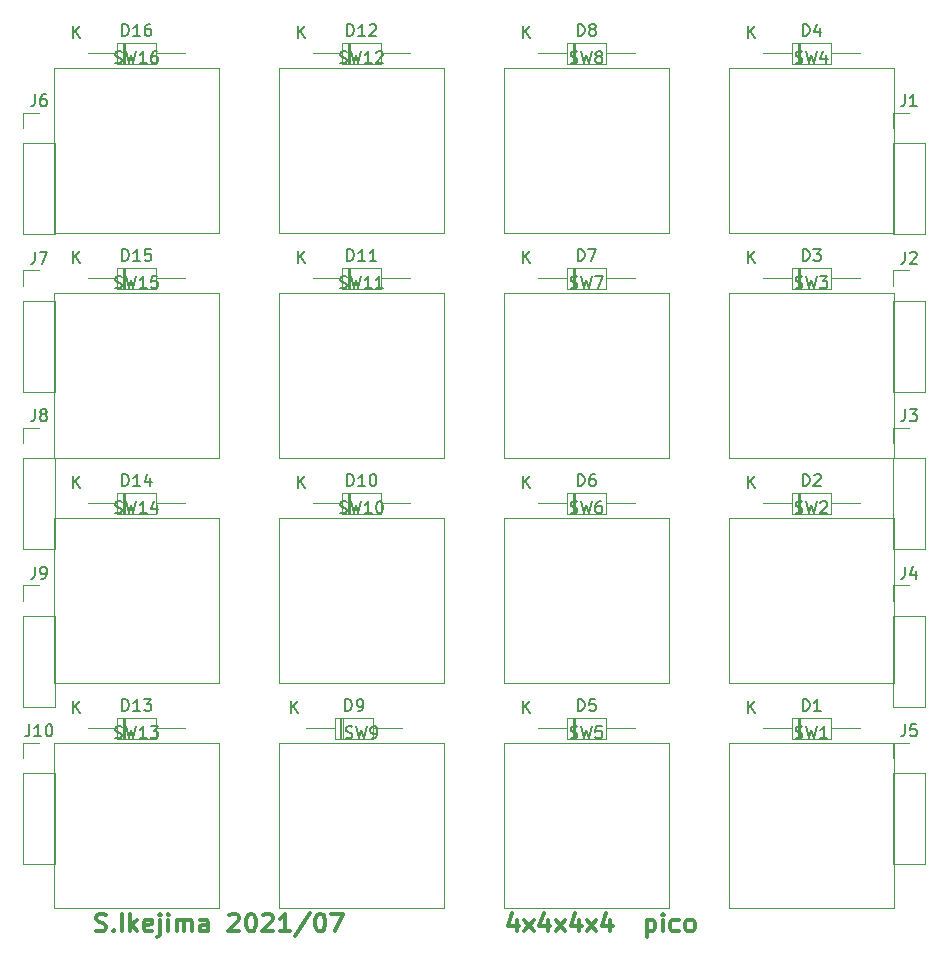
<source format=gto>
G04 #@! TF.GenerationSoftware,KiCad,Pcbnew,5.1.5+dfsg1-2build2*
G04 #@! TF.CreationDate,2021-07-30T22:35:06+09:00*
G04 #@! TF.ProjectId,40keyboardpico,34306b65-7962-46f6-9172-647069636f2e,rev?*
G04 #@! TF.SameCoordinates,Original*
G04 #@! TF.FileFunction,Legend,Top*
G04 #@! TF.FilePolarity,Positive*
%FSLAX46Y46*%
G04 Gerber Fmt 4.6, Leading zero omitted, Abs format (unit mm)*
G04 Created by KiCad (PCBNEW 5.1.5+dfsg1-2build2) date 2021-07-30 22:35:06*
%MOMM*%
%LPD*%
G04 APERTURE LIST*
%ADD10C,0.300000*%
%ADD11C,0.120000*%
%ADD12C,0.150000*%
G04 APERTURE END LIST*
D10*
X154746428Y-155888571D02*
X154746428Y-156888571D01*
X154389285Y-155317142D02*
X154032142Y-156388571D01*
X154960714Y-156388571D01*
X155389285Y-156888571D02*
X156175000Y-155888571D01*
X155389285Y-155888571D02*
X156175000Y-156888571D01*
X157389285Y-155888571D02*
X157389285Y-156888571D01*
X157032142Y-155317142D02*
X156675000Y-156388571D01*
X157603571Y-156388571D01*
X158032142Y-156888571D02*
X158817857Y-155888571D01*
X158032142Y-155888571D02*
X158817857Y-156888571D01*
X160032142Y-155888571D02*
X160032142Y-156888571D01*
X159675000Y-155317142D02*
X159317857Y-156388571D01*
X160246428Y-156388571D01*
X160675000Y-156888571D02*
X161460714Y-155888571D01*
X160675000Y-155888571D02*
X161460714Y-156888571D01*
X162675000Y-155888571D02*
X162675000Y-156888571D01*
X162317857Y-155317142D02*
X161960714Y-156388571D01*
X162889285Y-156388571D01*
X165746428Y-155888571D02*
X165746428Y-157388571D01*
X165746428Y-155960000D02*
X165889285Y-155888571D01*
X166175000Y-155888571D01*
X166317857Y-155960000D01*
X166389285Y-156031428D01*
X166460714Y-156174285D01*
X166460714Y-156602857D01*
X166389285Y-156745714D01*
X166317857Y-156817142D01*
X166175000Y-156888571D01*
X165889285Y-156888571D01*
X165746428Y-156817142D01*
X167103571Y-156888571D02*
X167103571Y-155888571D01*
X167103571Y-155388571D02*
X167032142Y-155460000D01*
X167103571Y-155531428D01*
X167175000Y-155460000D01*
X167103571Y-155388571D01*
X167103571Y-155531428D01*
X168460714Y-156817142D02*
X168317857Y-156888571D01*
X168032142Y-156888571D01*
X167889285Y-156817142D01*
X167817857Y-156745714D01*
X167746428Y-156602857D01*
X167746428Y-156174285D01*
X167817857Y-156031428D01*
X167889285Y-155960000D01*
X168032142Y-155888571D01*
X168317857Y-155888571D01*
X168460714Y-155960000D01*
X169317857Y-156888571D02*
X169175000Y-156817142D01*
X169103571Y-156745714D01*
X169032142Y-156602857D01*
X169032142Y-156174285D01*
X169103571Y-156031428D01*
X169175000Y-155960000D01*
X169317857Y-155888571D01*
X169532142Y-155888571D01*
X169675000Y-155960000D01*
X169746428Y-156031428D01*
X169817857Y-156174285D01*
X169817857Y-156602857D01*
X169746428Y-156745714D01*
X169675000Y-156817142D01*
X169532142Y-156888571D01*
X169317857Y-156888571D01*
X119111428Y-156817142D02*
X119325714Y-156888571D01*
X119682857Y-156888571D01*
X119825714Y-156817142D01*
X119897142Y-156745714D01*
X119968571Y-156602857D01*
X119968571Y-156460000D01*
X119897142Y-156317142D01*
X119825714Y-156245714D01*
X119682857Y-156174285D01*
X119397142Y-156102857D01*
X119254285Y-156031428D01*
X119182857Y-155960000D01*
X119111428Y-155817142D01*
X119111428Y-155674285D01*
X119182857Y-155531428D01*
X119254285Y-155460000D01*
X119397142Y-155388571D01*
X119754285Y-155388571D01*
X119968571Y-155460000D01*
X120611428Y-156745714D02*
X120682857Y-156817142D01*
X120611428Y-156888571D01*
X120540000Y-156817142D01*
X120611428Y-156745714D01*
X120611428Y-156888571D01*
X121325714Y-156888571D02*
X121325714Y-155388571D01*
X122040000Y-156888571D02*
X122040000Y-155388571D01*
X122182857Y-156317142D02*
X122611428Y-156888571D01*
X122611428Y-155888571D02*
X122040000Y-156460000D01*
X123825714Y-156817142D02*
X123682857Y-156888571D01*
X123397142Y-156888571D01*
X123254285Y-156817142D01*
X123182857Y-156674285D01*
X123182857Y-156102857D01*
X123254285Y-155960000D01*
X123397142Y-155888571D01*
X123682857Y-155888571D01*
X123825714Y-155960000D01*
X123897142Y-156102857D01*
X123897142Y-156245714D01*
X123182857Y-156388571D01*
X124540000Y-155888571D02*
X124540000Y-157174285D01*
X124468571Y-157317142D01*
X124325714Y-157388571D01*
X124254285Y-157388571D01*
X124540000Y-155388571D02*
X124468571Y-155460000D01*
X124540000Y-155531428D01*
X124611428Y-155460000D01*
X124540000Y-155388571D01*
X124540000Y-155531428D01*
X125254285Y-156888571D02*
X125254285Y-155888571D01*
X125254285Y-155388571D02*
X125182857Y-155460000D01*
X125254285Y-155531428D01*
X125325714Y-155460000D01*
X125254285Y-155388571D01*
X125254285Y-155531428D01*
X125968571Y-156888571D02*
X125968571Y-155888571D01*
X125968571Y-156031428D02*
X126040000Y-155960000D01*
X126182857Y-155888571D01*
X126397142Y-155888571D01*
X126540000Y-155960000D01*
X126611428Y-156102857D01*
X126611428Y-156888571D01*
X126611428Y-156102857D02*
X126682857Y-155960000D01*
X126825714Y-155888571D01*
X127040000Y-155888571D01*
X127182857Y-155960000D01*
X127254285Y-156102857D01*
X127254285Y-156888571D01*
X128611428Y-156888571D02*
X128611428Y-156102857D01*
X128540000Y-155960000D01*
X128397142Y-155888571D01*
X128111428Y-155888571D01*
X127968571Y-155960000D01*
X128611428Y-156817142D02*
X128468571Y-156888571D01*
X128111428Y-156888571D01*
X127968571Y-156817142D01*
X127897142Y-156674285D01*
X127897142Y-156531428D01*
X127968571Y-156388571D01*
X128111428Y-156317142D01*
X128468571Y-156317142D01*
X128611428Y-156245714D01*
X130397142Y-155531428D02*
X130468571Y-155460000D01*
X130611428Y-155388571D01*
X130968571Y-155388571D01*
X131111428Y-155460000D01*
X131182857Y-155531428D01*
X131254285Y-155674285D01*
X131254285Y-155817142D01*
X131182857Y-156031428D01*
X130325714Y-156888571D01*
X131254285Y-156888571D01*
X132182857Y-155388571D02*
X132325714Y-155388571D01*
X132468571Y-155460000D01*
X132540000Y-155531428D01*
X132611428Y-155674285D01*
X132682857Y-155960000D01*
X132682857Y-156317142D01*
X132611428Y-156602857D01*
X132540000Y-156745714D01*
X132468571Y-156817142D01*
X132325714Y-156888571D01*
X132182857Y-156888571D01*
X132040000Y-156817142D01*
X131968571Y-156745714D01*
X131897142Y-156602857D01*
X131825714Y-156317142D01*
X131825714Y-155960000D01*
X131897142Y-155674285D01*
X131968571Y-155531428D01*
X132040000Y-155460000D01*
X132182857Y-155388571D01*
X133254285Y-155531428D02*
X133325714Y-155460000D01*
X133468571Y-155388571D01*
X133825714Y-155388571D01*
X133968571Y-155460000D01*
X134040000Y-155531428D01*
X134111428Y-155674285D01*
X134111428Y-155817142D01*
X134040000Y-156031428D01*
X133182857Y-156888571D01*
X134111428Y-156888571D01*
X135540000Y-156888571D02*
X134682857Y-156888571D01*
X135111428Y-156888571D02*
X135111428Y-155388571D01*
X134968571Y-155602857D01*
X134825714Y-155745714D01*
X134682857Y-155817142D01*
X137254285Y-155317142D02*
X135968571Y-157245714D01*
X138040000Y-155388571D02*
X138182857Y-155388571D01*
X138325714Y-155460000D01*
X138397142Y-155531428D01*
X138468571Y-155674285D01*
X138540000Y-155960000D01*
X138540000Y-156317142D01*
X138468571Y-156602857D01*
X138397142Y-156745714D01*
X138325714Y-156817142D01*
X138182857Y-156888571D01*
X138040000Y-156888571D01*
X137897142Y-156817142D01*
X137825714Y-156745714D01*
X137754285Y-156602857D01*
X137682857Y-156317142D01*
X137682857Y-155960000D01*
X137754285Y-155674285D01*
X137825714Y-155531428D01*
X137897142Y-155460000D01*
X138040000Y-155388571D01*
X139040000Y-155388571D02*
X140040000Y-155388571D01*
X139397142Y-156888571D01*
D11*
X134620000Y-154940000D02*
X134620000Y-140970000D01*
X148590000Y-154940000D02*
X134620000Y-154940000D01*
X148590000Y-140970000D02*
X148590000Y-154940000D01*
X134620000Y-140970000D02*
X148590000Y-140970000D01*
X112970000Y-140910000D02*
X114300000Y-140910000D01*
X112970000Y-142240000D02*
X112970000Y-140910000D01*
X112970000Y-143510000D02*
X115630000Y-143510000D01*
X115630000Y-143510000D02*
X115630000Y-151190000D01*
X112970000Y-143510000D02*
X112970000Y-151190000D01*
X112970000Y-151190000D02*
X115630000Y-151190000D01*
X112970000Y-137855000D02*
X115630000Y-137855000D01*
X112970000Y-130175000D02*
X112970000Y-137855000D01*
X115630000Y-130175000D02*
X115630000Y-137855000D01*
X112970000Y-130175000D02*
X115630000Y-130175000D01*
X112970000Y-128905000D02*
X112970000Y-127575000D01*
X112970000Y-127575000D02*
X114300000Y-127575000D01*
X112970000Y-114240000D02*
X114300000Y-114240000D01*
X112970000Y-115570000D02*
X112970000Y-114240000D01*
X112970000Y-116840000D02*
X115630000Y-116840000D01*
X115630000Y-116840000D02*
X115630000Y-124520000D01*
X112970000Y-116840000D02*
X112970000Y-124520000D01*
X112970000Y-124520000D02*
X115630000Y-124520000D01*
X112970000Y-111185000D02*
X115630000Y-111185000D01*
X112970000Y-103505000D02*
X112970000Y-111185000D01*
X115630000Y-103505000D02*
X115630000Y-111185000D01*
X112970000Y-103505000D02*
X115630000Y-103505000D01*
X112970000Y-102235000D02*
X112970000Y-100905000D01*
X112970000Y-100905000D02*
X114300000Y-100905000D01*
X112970000Y-87570000D02*
X114300000Y-87570000D01*
X112970000Y-88900000D02*
X112970000Y-87570000D01*
X112970000Y-90170000D02*
X115630000Y-90170000D01*
X115630000Y-90170000D02*
X115630000Y-97850000D01*
X112970000Y-90170000D02*
X112970000Y-97850000D01*
X112970000Y-97850000D02*
X115630000Y-97850000D01*
X186630000Y-151190000D02*
X189290000Y-151190000D01*
X186630000Y-143510000D02*
X186630000Y-151190000D01*
X189290000Y-143510000D02*
X189290000Y-151190000D01*
X186630000Y-143510000D02*
X189290000Y-143510000D01*
X186630000Y-142240000D02*
X186630000Y-140910000D01*
X186630000Y-140910000D02*
X187960000Y-140910000D01*
X186630000Y-127575000D02*
X187960000Y-127575000D01*
X186630000Y-128905000D02*
X186630000Y-127575000D01*
X186630000Y-130175000D02*
X189290000Y-130175000D01*
X189290000Y-130175000D02*
X189290000Y-137855000D01*
X186630000Y-130175000D02*
X186630000Y-137855000D01*
X186630000Y-137855000D02*
X189290000Y-137855000D01*
X186630000Y-124520000D02*
X189290000Y-124520000D01*
X186630000Y-116840000D02*
X186630000Y-124520000D01*
X189290000Y-116840000D02*
X189290000Y-124520000D01*
X186630000Y-116840000D02*
X189290000Y-116840000D01*
X186630000Y-115570000D02*
X186630000Y-114240000D01*
X186630000Y-114240000D02*
X187960000Y-114240000D01*
X186630000Y-111185000D02*
X189290000Y-111185000D01*
X186630000Y-103505000D02*
X186630000Y-111185000D01*
X189290000Y-103505000D02*
X189290000Y-111185000D01*
X186630000Y-103505000D02*
X189290000Y-103505000D01*
X186630000Y-102235000D02*
X186630000Y-100905000D01*
X186630000Y-100905000D02*
X187960000Y-100905000D01*
X186630000Y-87570000D02*
X187960000Y-87570000D01*
X186630000Y-88900000D02*
X186630000Y-87570000D01*
X186630000Y-90170000D02*
X189290000Y-90170000D01*
X189290000Y-90170000D02*
X189290000Y-97850000D01*
X186630000Y-90170000D02*
X186630000Y-97850000D01*
X186630000Y-97850000D02*
X189290000Y-97850000D01*
X178521000Y-138780000D02*
X178521000Y-140620000D01*
X178761000Y-138780000D02*
X178761000Y-140620000D01*
X178641000Y-138780000D02*
X178641000Y-140620000D01*
X183795000Y-139700000D02*
X181345000Y-139700000D01*
X175615000Y-139700000D02*
X178065000Y-139700000D01*
X181345000Y-138780000D02*
X178065000Y-138780000D01*
X181345000Y-140620000D02*
X181345000Y-138780000D01*
X178065000Y-140620000D02*
X181345000Y-140620000D01*
X178065000Y-138780000D02*
X178065000Y-140620000D01*
X178521000Y-119730000D02*
X178521000Y-121570000D01*
X178761000Y-119730000D02*
X178761000Y-121570000D01*
X178641000Y-119730000D02*
X178641000Y-121570000D01*
X183795000Y-120650000D02*
X181345000Y-120650000D01*
X175615000Y-120650000D02*
X178065000Y-120650000D01*
X181345000Y-119730000D02*
X178065000Y-119730000D01*
X181345000Y-121570000D02*
X181345000Y-119730000D01*
X178065000Y-121570000D02*
X181345000Y-121570000D01*
X178065000Y-119730000D02*
X178065000Y-121570000D01*
X178521000Y-100680000D02*
X178521000Y-102520000D01*
X178761000Y-100680000D02*
X178761000Y-102520000D01*
X178641000Y-100680000D02*
X178641000Y-102520000D01*
X183795000Y-101600000D02*
X181345000Y-101600000D01*
X175615000Y-101600000D02*
X178065000Y-101600000D01*
X181345000Y-100680000D02*
X178065000Y-100680000D01*
X181345000Y-102520000D02*
X181345000Y-100680000D01*
X178065000Y-102520000D02*
X181345000Y-102520000D01*
X178065000Y-100680000D02*
X178065000Y-102520000D01*
X178065000Y-81630000D02*
X178065000Y-83470000D01*
X178065000Y-83470000D02*
X181345000Y-83470000D01*
X181345000Y-83470000D02*
X181345000Y-81630000D01*
X181345000Y-81630000D02*
X178065000Y-81630000D01*
X175615000Y-82550000D02*
X178065000Y-82550000D01*
X183795000Y-82550000D02*
X181345000Y-82550000D01*
X178641000Y-81630000D02*
X178641000Y-83470000D01*
X178761000Y-81630000D02*
X178761000Y-83470000D01*
X178521000Y-81630000D02*
X178521000Y-83470000D01*
X159015000Y-138780000D02*
X159015000Y-140620000D01*
X159015000Y-140620000D02*
X162295000Y-140620000D01*
X162295000Y-140620000D02*
X162295000Y-138780000D01*
X162295000Y-138780000D02*
X159015000Y-138780000D01*
X156565000Y-139700000D02*
X159015000Y-139700000D01*
X164745000Y-139700000D02*
X162295000Y-139700000D01*
X159591000Y-138780000D02*
X159591000Y-140620000D01*
X159711000Y-138780000D02*
X159711000Y-140620000D01*
X159471000Y-138780000D02*
X159471000Y-140620000D01*
X159015000Y-119730000D02*
X159015000Y-121570000D01*
X159015000Y-121570000D02*
X162295000Y-121570000D01*
X162295000Y-121570000D02*
X162295000Y-119730000D01*
X162295000Y-119730000D02*
X159015000Y-119730000D01*
X156565000Y-120650000D02*
X159015000Y-120650000D01*
X164745000Y-120650000D02*
X162295000Y-120650000D01*
X159591000Y-119730000D02*
X159591000Y-121570000D01*
X159711000Y-119730000D02*
X159711000Y-121570000D01*
X159471000Y-119730000D02*
X159471000Y-121570000D01*
X159015000Y-100680000D02*
X159015000Y-102520000D01*
X159015000Y-102520000D02*
X162295000Y-102520000D01*
X162295000Y-102520000D02*
X162295000Y-100680000D01*
X162295000Y-100680000D02*
X159015000Y-100680000D01*
X156565000Y-101600000D02*
X159015000Y-101600000D01*
X164745000Y-101600000D02*
X162295000Y-101600000D01*
X159591000Y-100680000D02*
X159591000Y-102520000D01*
X159711000Y-100680000D02*
X159711000Y-102520000D01*
X159471000Y-100680000D02*
X159471000Y-102520000D01*
X159471000Y-81630000D02*
X159471000Y-83470000D01*
X159711000Y-81630000D02*
X159711000Y-83470000D01*
X159591000Y-81630000D02*
X159591000Y-83470000D01*
X164745000Y-82550000D02*
X162295000Y-82550000D01*
X156565000Y-82550000D02*
X159015000Y-82550000D01*
X162295000Y-81630000D02*
X159015000Y-81630000D01*
X162295000Y-83470000D02*
X162295000Y-81630000D01*
X159015000Y-83470000D02*
X162295000Y-83470000D01*
X159015000Y-81630000D02*
X159015000Y-83470000D01*
X139786000Y-138780000D02*
X139786000Y-140620000D01*
X140026000Y-138780000D02*
X140026000Y-140620000D01*
X139906000Y-138780000D02*
X139906000Y-140620000D01*
X145060000Y-139700000D02*
X142610000Y-139700000D01*
X136880000Y-139700000D02*
X139330000Y-139700000D01*
X142610000Y-138780000D02*
X139330000Y-138780000D01*
X142610000Y-140620000D02*
X142610000Y-138780000D01*
X139330000Y-140620000D02*
X142610000Y-140620000D01*
X139330000Y-138780000D02*
X139330000Y-140620000D01*
X140421000Y-119730000D02*
X140421000Y-121570000D01*
X140661000Y-119730000D02*
X140661000Y-121570000D01*
X140541000Y-119730000D02*
X140541000Y-121570000D01*
X145695000Y-120650000D02*
X143245000Y-120650000D01*
X137515000Y-120650000D02*
X139965000Y-120650000D01*
X143245000Y-119730000D02*
X139965000Y-119730000D01*
X143245000Y-121570000D02*
X143245000Y-119730000D01*
X139965000Y-121570000D02*
X143245000Y-121570000D01*
X139965000Y-119730000D02*
X139965000Y-121570000D01*
X139965000Y-100680000D02*
X139965000Y-102520000D01*
X139965000Y-102520000D02*
X143245000Y-102520000D01*
X143245000Y-102520000D02*
X143245000Y-100680000D01*
X143245000Y-100680000D02*
X139965000Y-100680000D01*
X137515000Y-101600000D02*
X139965000Y-101600000D01*
X145695000Y-101600000D02*
X143245000Y-101600000D01*
X140541000Y-100680000D02*
X140541000Y-102520000D01*
X140661000Y-100680000D02*
X140661000Y-102520000D01*
X140421000Y-100680000D02*
X140421000Y-102520000D01*
X140421000Y-81630000D02*
X140421000Y-83470000D01*
X140661000Y-81630000D02*
X140661000Y-83470000D01*
X140541000Y-81630000D02*
X140541000Y-83470000D01*
X145695000Y-82550000D02*
X143245000Y-82550000D01*
X137515000Y-82550000D02*
X139965000Y-82550000D01*
X143245000Y-81630000D02*
X139965000Y-81630000D01*
X143245000Y-83470000D02*
X143245000Y-81630000D01*
X139965000Y-83470000D02*
X143245000Y-83470000D01*
X139965000Y-81630000D02*
X139965000Y-83470000D01*
X120915000Y-138780000D02*
X120915000Y-140620000D01*
X120915000Y-140620000D02*
X124195000Y-140620000D01*
X124195000Y-140620000D02*
X124195000Y-138780000D01*
X124195000Y-138780000D02*
X120915000Y-138780000D01*
X118465000Y-139700000D02*
X120915000Y-139700000D01*
X126645000Y-139700000D02*
X124195000Y-139700000D01*
X121491000Y-138780000D02*
X121491000Y-140620000D01*
X121611000Y-138780000D02*
X121611000Y-140620000D01*
X121371000Y-138780000D02*
X121371000Y-140620000D01*
X120915000Y-119730000D02*
X120915000Y-121570000D01*
X120915000Y-121570000D02*
X124195000Y-121570000D01*
X124195000Y-121570000D02*
X124195000Y-119730000D01*
X124195000Y-119730000D02*
X120915000Y-119730000D01*
X118465000Y-120650000D02*
X120915000Y-120650000D01*
X126645000Y-120650000D02*
X124195000Y-120650000D01*
X121491000Y-119730000D02*
X121491000Y-121570000D01*
X121611000Y-119730000D02*
X121611000Y-121570000D01*
X121371000Y-119730000D02*
X121371000Y-121570000D01*
X120915000Y-100680000D02*
X120915000Y-102520000D01*
X120915000Y-102520000D02*
X124195000Y-102520000D01*
X124195000Y-102520000D02*
X124195000Y-100680000D01*
X124195000Y-100680000D02*
X120915000Y-100680000D01*
X118465000Y-101600000D02*
X120915000Y-101600000D01*
X126645000Y-101600000D02*
X124195000Y-101600000D01*
X121491000Y-100680000D02*
X121491000Y-102520000D01*
X121611000Y-100680000D02*
X121611000Y-102520000D01*
X121371000Y-100680000D02*
X121371000Y-102520000D01*
X121371000Y-81630000D02*
X121371000Y-83470000D01*
X121611000Y-81630000D02*
X121611000Y-83470000D01*
X121491000Y-81630000D02*
X121491000Y-83470000D01*
X126645000Y-82550000D02*
X124195000Y-82550000D01*
X118465000Y-82550000D02*
X120915000Y-82550000D01*
X124195000Y-81630000D02*
X120915000Y-81630000D01*
X124195000Y-83470000D02*
X124195000Y-81630000D01*
X120915000Y-83470000D02*
X124195000Y-83470000D01*
X120915000Y-81630000D02*
X120915000Y-83470000D01*
X172720000Y-154940000D02*
X172720000Y-140970000D01*
X186690000Y-154940000D02*
X172720000Y-154940000D01*
X186690000Y-140970000D02*
X186690000Y-154940000D01*
X172720000Y-140970000D02*
X186690000Y-140970000D01*
X172720000Y-135890000D02*
X172720000Y-121920000D01*
X186690000Y-135890000D02*
X172720000Y-135890000D01*
X186690000Y-121920000D02*
X186690000Y-135890000D01*
X172720000Y-121920000D02*
X186690000Y-121920000D01*
X172720000Y-102870000D02*
X186690000Y-102870000D01*
X186690000Y-102870000D02*
X186690000Y-116840000D01*
X186690000Y-116840000D02*
X172720000Y-116840000D01*
X172720000Y-116840000D02*
X172720000Y-102870000D01*
X172720000Y-97790000D02*
X172720000Y-83820000D01*
X186690000Y-97790000D02*
X172720000Y-97790000D01*
X186690000Y-83820000D02*
X186690000Y-97790000D01*
X172720000Y-83820000D02*
X186690000Y-83820000D01*
X153670000Y-140970000D02*
X167640000Y-140970000D01*
X167640000Y-140970000D02*
X167640000Y-154940000D01*
X167640000Y-154940000D02*
X153670000Y-154940000D01*
X153670000Y-154940000D02*
X153670000Y-140970000D01*
X153670000Y-121920000D02*
X167640000Y-121920000D01*
X167640000Y-121920000D02*
X167640000Y-135890000D01*
X167640000Y-135890000D02*
X153670000Y-135890000D01*
X153670000Y-135890000D02*
X153670000Y-121920000D01*
X153670000Y-102870000D02*
X167640000Y-102870000D01*
X167640000Y-102870000D02*
X167640000Y-116840000D01*
X167640000Y-116840000D02*
X153670000Y-116840000D01*
X153670000Y-116840000D02*
X153670000Y-102870000D01*
X153670000Y-97790000D02*
X153670000Y-83820000D01*
X167640000Y-97790000D02*
X153670000Y-97790000D01*
X167640000Y-83820000D02*
X167640000Y-97790000D01*
X153670000Y-83820000D02*
X167640000Y-83820000D01*
X134620000Y-135890000D02*
X134620000Y-121920000D01*
X148590000Y-135890000D02*
X134620000Y-135890000D01*
X148590000Y-121920000D02*
X148590000Y-135890000D01*
X134620000Y-121920000D02*
X148590000Y-121920000D01*
X134620000Y-116840000D02*
X134620000Y-102870000D01*
X148590000Y-116840000D02*
X134620000Y-116840000D01*
X148590000Y-102870000D02*
X148590000Y-116840000D01*
X134620000Y-102870000D02*
X148590000Y-102870000D01*
X134620000Y-83820000D02*
X148590000Y-83820000D01*
X148590000Y-83820000D02*
X148590000Y-97790000D01*
X148590000Y-97790000D02*
X134620000Y-97790000D01*
X134620000Y-97790000D02*
X134620000Y-83820000D01*
X115570000Y-140970000D02*
X129540000Y-140970000D01*
X129540000Y-140970000D02*
X129540000Y-154940000D01*
X129540000Y-154940000D02*
X115570000Y-154940000D01*
X115570000Y-154940000D02*
X115570000Y-140970000D01*
X115570000Y-121920000D02*
X129540000Y-121920000D01*
X129540000Y-121920000D02*
X129540000Y-135890000D01*
X129540000Y-135890000D02*
X115570000Y-135890000D01*
X115570000Y-135890000D02*
X115570000Y-121920000D01*
X115570000Y-116840000D02*
X115570000Y-102870000D01*
X129540000Y-116840000D02*
X115570000Y-116840000D01*
X129540000Y-102870000D02*
X129540000Y-116840000D01*
X115570000Y-102870000D02*
X129540000Y-102870000D01*
X115570000Y-83820000D02*
X129540000Y-83820000D01*
X129540000Y-83820000D02*
X129540000Y-97790000D01*
X129540000Y-97790000D02*
X115570000Y-97790000D01*
X115570000Y-97790000D02*
X115570000Y-83820000D01*
D12*
X140271666Y-140485761D02*
X140414523Y-140533380D01*
X140652619Y-140533380D01*
X140747857Y-140485761D01*
X140795476Y-140438142D01*
X140843095Y-140342904D01*
X140843095Y-140247666D01*
X140795476Y-140152428D01*
X140747857Y-140104809D01*
X140652619Y-140057190D01*
X140462142Y-140009571D01*
X140366904Y-139961952D01*
X140319285Y-139914333D01*
X140271666Y-139819095D01*
X140271666Y-139723857D01*
X140319285Y-139628619D01*
X140366904Y-139581000D01*
X140462142Y-139533380D01*
X140700238Y-139533380D01*
X140843095Y-139581000D01*
X141176428Y-139533380D02*
X141414523Y-140533380D01*
X141605000Y-139819095D01*
X141795476Y-140533380D01*
X142033571Y-139533380D01*
X142462142Y-140533380D02*
X142652619Y-140533380D01*
X142747857Y-140485761D01*
X142795476Y-140438142D01*
X142890714Y-140295285D01*
X142938333Y-140104809D01*
X142938333Y-139723857D01*
X142890714Y-139628619D01*
X142843095Y-139581000D01*
X142747857Y-139533380D01*
X142557380Y-139533380D01*
X142462142Y-139581000D01*
X142414523Y-139628619D01*
X142366904Y-139723857D01*
X142366904Y-139961952D01*
X142414523Y-140057190D01*
X142462142Y-140104809D01*
X142557380Y-140152428D01*
X142747857Y-140152428D01*
X142843095Y-140104809D01*
X142890714Y-140057190D01*
X142938333Y-139961952D01*
X113490476Y-139362380D02*
X113490476Y-140076666D01*
X113442857Y-140219523D01*
X113347619Y-140314761D01*
X113204761Y-140362380D01*
X113109523Y-140362380D01*
X114490476Y-140362380D02*
X113919047Y-140362380D01*
X114204761Y-140362380D02*
X114204761Y-139362380D01*
X114109523Y-139505238D01*
X114014285Y-139600476D01*
X113919047Y-139648095D01*
X115109523Y-139362380D02*
X115204761Y-139362380D01*
X115300000Y-139410000D01*
X115347619Y-139457619D01*
X115395238Y-139552857D01*
X115442857Y-139743333D01*
X115442857Y-139981428D01*
X115395238Y-140171904D01*
X115347619Y-140267142D01*
X115300000Y-140314761D01*
X115204761Y-140362380D01*
X115109523Y-140362380D01*
X115014285Y-140314761D01*
X114966666Y-140267142D01*
X114919047Y-140171904D01*
X114871428Y-139981428D01*
X114871428Y-139743333D01*
X114919047Y-139552857D01*
X114966666Y-139457619D01*
X115014285Y-139410000D01*
X115109523Y-139362380D01*
X113966666Y-126027380D02*
X113966666Y-126741666D01*
X113919047Y-126884523D01*
X113823809Y-126979761D01*
X113680952Y-127027380D01*
X113585714Y-127027380D01*
X114490476Y-127027380D02*
X114680952Y-127027380D01*
X114776190Y-126979761D01*
X114823809Y-126932142D01*
X114919047Y-126789285D01*
X114966666Y-126598809D01*
X114966666Y-126217857D01*
X114919047Y-126122619D01*
X114871428Y-126075000D01*
X114776190Y-126027380D01*
X114585714Y-126027380D01*
X114490476Y-126075000D01*
X114442857Y-126122619D01*
X114395238Y-126217857D01*
X114395238Y-126455952D01*
X114442857Y-126551190D01*
X114490476Y-126598809D01*
X114585714Y-126646428D01*
X114776190Y-126646428D01*
X114871428Y-126598809D01*
X114919047Y-126551190D01*
X114966666Y-126455952D01*
X113966666Y-112692380D02*
X113966666Y-113406666D01*
X113919047Y-113549523D01*
X113823809Y-113644761D01*
X113680952Y-113692380D01*
X113585714Y-113692380D01*
X114585714Y-113120952D02*
X114490476Y-113073333D01*
X114442857Y-113025714D01*
X114395238Y-112930476D01*
X114395238Y-112882857D01*
X114442857Y-112787619D01*
X114490476Y-112740000D01*
X114585714Y-112692380D01*
X114776190Y-112692380D01*
X114871428Y-112740000D01*
X114919047Y-112787619D01*
X114966666Y-112882857D01*
X114966666Y-112930476D01*
X114919047Y-113025714D01*
X114871428Y-113073333D01*
X114776190Y-113120952D01*
X114585714Y-113120952D01*
X114490476Y-113168571D01*
X114442857Y-113216190D01*
X114395238Y-113311428D01*
X114395238Y-113501904D01*
X114442857Y-113597142D01*
X114490476Y-113644761D01*
X114585714Y-113692380D01*
X114776190Y-113692380D01*
X114871428Y-113644761D01*
X114919047Y-113597142D01*
X114966666Y-113501904D01*
X114966666Y-113311428D01*
X114919047Y-113216190D01*
X114871428Y-113168571D01*
X114776190Y-113120952D01*
X113966666Y-99357380D02*
X113966666Y-100071666D01*
X113919047Y-100214523D01*
X113823809Y-100309761D01*
X113680952Y-100357380D01*
X113585714Y-100357380D01*
X114347619Y-99357380D02*
X115014285Y-99357380D01*
X114585714Y-100357380D01*
X113966666Y-86022380D02*
X113966666Y-86736666D01*
X113919047Y-86879523D01*
X113823809Y-86974761D01*
X113680952Y-87022380D01*
X113585714Y-87022380D01*
X114871428Y-86022380D02*
X114680952Y-86022380D01*
X114585714Y-86070000D01*
X114538095Y-86117619D01*
X114442857Y-86260476D01*
X114395238Y-86450952D01*
X114395238Y-86831904D01*
X114442857Y-86927142D01*
X114490476Y-86974761D01*
X114585714Y-87022380D01*
X114776190Y-87022380D01*
X114871428Y-86974761D01*
X114919047Y-86927142D01*
X114966666Y-86831904D01*
X114966666Y-86593809D01*
X114919047Y-86498571D01*
X114871428Y-86450952D01*
X114776190Y-86403333D01*
X114585714Y-86403333D01*
X114490476Y-86450952D01*
X114442857Y-86498571D01*
X114395238Y-86593809D01*
X187626666Y-139362380D02*
X187626666Y-140076666D01*
X187579047Y-140219523D01*
X187483809Y-140314761D01*
X187340952Y-140362380D01*
X187245714Y-140362380D01*
X188579047Y-139362380D02*
X188102857Y-139362380D01*
X188055238Y-139838571D01*
X188102857Y-139790952D01*
X188198095Y-139743333D01*
X188436190Y-139743333D01*
X188531428Y-139790952D01*
X188579047Y-139838571D01*
X188626666Y-139933809D01*
X188626666Y-140171904D01*
X188579047Y-140267142D01*
X188531428Y-140314761D01*
X188436190Y-140362380D01*
X188198095Y-140362380D01*
X188102857Y-140314761D01*
X188055238Y-140267142D01*
X187626666Y-126027380D02*
X187626666Y-126741666D01*
X187579047Y-126884523D01*
X187483809Y-126979761D01*
X187340952Y-127027380D01*
X187245714Y-127027380D01*
X188531428Y-126360714D02*
X188531428Y-127027380D01*
X188293333Y-125979761D02*
X188055238Y-126694047D01*
X188674285Y-126694047D01*
X187626666Y-112692380D02*
X187626666Y-113406666D01*
X187579047Y-113549523D01*
X187483809Y-113644761D01*
X187340952Y-113692380D01*
X187245714Y-113692380D01*
X188007619Y-112692380D02*
X188626666Y-112692380D01*
X188293333Y-113073333D01*
X188436190Y-113073333D01*
X188531428Y-113120952D01*
X188579047Y-113168571D01*
X188626666Y-113263809D01*
X188626666Y-113501904D01*
X188579047Y-113597142D01*
X188531428Y-113644761D01*
X188436190Y-113692380D01*
X188150476Y-113692380D01*
X188055238Y-113644761D01*
X188007619Y-113597142D01*
X187626666Y-99357380D02*
X187626666Y-100071666D01*
X187579047Y-100214523D01*
X187483809Y-100309761D01*
X187340952Y-100357380D01*
X187245714Y-100357380D01*
X188055238Y-99452619D02*
X188102857Y-99405000D01*
X188198095Y-99357380D01*
X188436190Y-99357380D01*
X188531428Y-99405000D01*
X188579047Y-99452619D01*
X188626666Y-99547857D01*
X188626666Y-99643095D01*
X188579047Y-99785952D01*
X188007619Y-100357380D01*
X188626666Y-100357380D01*
X187626666Y-86022380D02*
X187626666Y-86736666D01*
X187579047Y-86879523D01*
X187483809Y-86974761D01*
X187340952Y-87022380D01*
X187245714Y-87022380D01*
X188626666Y-87022380D02*
X188055238Y-87022380D01*
X188340952Y-87022380D02*
X188340952Y-86022380D01*
X188245714Y-86165238D01*
X188150476Y-86260476D01*
X188055238Y-86308095D01*
X178966904Y-138232380D02*
X178966904Y-137232380D01*
X179205000Y-137232380D01*
X179347857Y-137280000D01*
X179443095Y-137375238D01*
X179490714Y-137470476D01*
X179538333Y-137660952D01*
X179538333Y-137803809D01*
X179490714Y-137994285D01*
X179443095Y-138089523D01*
X179347857Y-138184761D01*
X179205000Y-138232380D01*
X178966904Y-138232380D01*
X180490714Y-138232380D02*
X179919285Y-138232380D01*
X180205000Y-138232380D02*
X180205000Y-137232380D01*
X180109761Y-137375238D01*
X180014523Y-137470476D01*
X179919285Y-137518095D01*
X174363095Y-138402380D02*
X174363095Y-137402380D01*
X174934523Y-138402380D02*
X174505952Y-137830952D01*
X174934523Y-137402380D02*
X174363095Y-137973809D01*
X178966904Y-119182380D02*
X178966904Y-118182380D01*
X179205000Y-118182380D01*
X179347857Y-118230000D01*
X179443095Y-118325238D01*
X179490714Y-118420476D01*
X179538333Y-118610952D01*
X179538333Y-118753809D01*
X179490714Y-118944285D01*
X179443095Y-119039523D01*
X179347857Y-119134761D01*
X179205000Y-119182380D01*
X178966904Y-119182380D01*
X179919285Y-118277619D02*
X179966904Y-118230000D01*
X180062142Y-118182380D01*
X180300238Y-118182380D01*
X180395476Y-118230000D01*
X180443095Y-118277619D01*
X180490714Y-118372857D01*
X180490714Y-118468095D01*
X180443095Y-118610952D01*
X179871666Y-119182380D01*
X180490714Y-119182380D01*
X174363095Y-119352380D02*
X174363095Y-118352380D01*
X174934523Y-119352380D02*
X174505952Y-118780952D01*
X174934523Y-118352380D02*
X174363095Y-118923809D01*
X178966904Y-100132380D02*
X178966904Y-99132380D01*
X179205000Y-99132380D01*
X179347857Y-99180000D01*
X179443095Y-99275238D01*
X179490714Y-99370476D01*
X179538333Y-99560952D01*
X179538333Y-99703809D01*
X179490714Y-99894285D01*
X179443095Y-99989523D01*
X179347857Y-100084761D01*
X179205000Y-100132380D01*
X178966904Y-100132380D01*
X179871666Y-99132380D02*
X180490714Y-99132380D01*
X180157380Y-99513333D01*
X180300238Y-99513333D01*
X180395476Y-99560952D01*
X180443095Y-99608571D01*
X180490714Y-99703809D01*
X180490714Y-99941904D01*
X180443095Y-100037142D01*
X180395476Y-100084761D01*
X180300238Y-100132380D01*
X180014523Y-100132380D01*
X179919285Y-100084761D01*
X179871666Y-100037142D01*
X174363095Y-100302380D02*
X174363095Y-99302380D01*
X174934523Y-100302380D02*
X174505952Y-99730952D01*
X174934523Y-99302380D02*
X174363095Y-99873809D01*
X178966904Y-81082380D02*
X178966904Y-80082380D01*
X179205000Y-80082380D01*
X179347857Y-80130000D01*
X179443095Y-80225238D01*
X179490714Y-80320476D01*
X179538333Y-80510952D01*
X179538333Y-80653809D01*
X179490714Y-80844285D01*
X179443095Y-80939523D01*
X179347857Y-81034761D01*
X179205000Y-81082380D01*
X178966904Y-81082380D01*
X180395476Y-80415714D02*
X180395476Y-81082380D01*
X180157380Y-80034761D02*
X179919285Y-80749047D01*
X180538333Y-80749047D01*
X174363095Y-81252380D02*
X174363095Y-80252380D01*
X174934523Y-81252380D02*
X174505952Y-80680952D01*
X174934523Y-80252380D02*
X174363095Y-80823809D01*
X159916904Y-138232380D02*
X159916904Y-137232380D01*
X160155000Y-137232380D01*
X160297857Y-137280000D01*
X160393095Y-137375238D01*
X160440714Y-137470476D01*
X160488333Y-137660952D01*
X160488333Y-137803809D01*
X160440714Y-137994285D01*
X160393095Y-138089523D01*
X160297857Y-138184761D01*
X160155000Y-138232380D01*
X159916904Y-138232380D01*
X161393095Y-137232380D02*
X160916904Y-137232380D01*
X160869285Y-137708571D01*
X160916904Y-137660952D01*
X161012142Y-137613333D01*
X161250238Y-137613333D01*
X161345476Y-137660952D01*
X161393095Y-137708571D01*
X161440714Y-137803809D01*
X161440714Y-138041904D01*
X161393095Y-138137142D01*
X161345476Y-138184761D01*
X161250238Y-138232380D01*
X161012142Y-138232380D01*
X160916904Y-138184761D01*
X160869285Y-138137142D01*
X155313095Y-138402380D02*
X155313095Y-137402380D01*
X155884523Y-138402380D02*
X155455952Y-137830952D01*
X155884523Y-137402380D02*
X155313095Y-137973809D01*
X159916904Y-119182380D02*
X159916904Y-118182380D01*
X160155000Y-118182380D01*
X160297857Y-118230000D01*
X160393095Y-118325238D01*
X160440714Y-118420476D01*
X160488333Y-118610952D01*
X160488333Y-118753809D01*
X160440714Y-118944285D01*
X160393095Y-119039523D01*
X160297857Y-119134761D01*
X160155000Y-119182380D01*
X159916904Y-119182380D01*
X161345476Y-118182380D02*
X161155000Y-118182380D01*
X161059761Y-118230000D01*
X161012142Y-118277619D01*
X160916904Y-118420476D01*
X160869285Y-118610952D01*
X160869285Y-118991904D01*
X160916904Y-119087142D01*
X160964523Y-119134761D01*
X161059761Y-119182380D01*
X161250238Y-119182380D01*
X161345476Y-119134761D01*
X161393095Y-119087142D01*
X161440714Y-118991904D01*
X161440714Y-118753809D01*
X161393095Y-118658571D01*
X161345476Y-118610952D01*
X161250238Y-118563333D01*
X161059761Y-118563333D01*
X160964523Y-118610952D01*
X160916904Y-118658571D01*
X160869285Y-118753809D01*
X155313095Y-119352380D02*
X155313095Y-118352380D01*
X155884523Y-119352380D02*
X155455952Y-118780952D01*
X155884523Y-118352380D02*
X155313095Y-118923809D01*
X159916904Y-100132380D02*
X159916904Y-99132380D01*
X160155000Y-99132380D01*
X160297857Y-99180000D01*
X160393095Y-99275238D01*
X160440714Y-99370476D01*
X160488333Y-99560952D01*
X160488333Y-99703809D01*
X160440714Y-99894285D01*
X160393095Y-99989523D01*
X160297857Y-100084761D01*
X160155000Y-100132380D01*
X159916904Y-100132380D01*
X160821666Y-99132380D02*
X161488333Y-99132380D01*
X161059761Y-100132380D01*
X155313095Y-100302380D02*
X155313095Y-99302380D01*
X155884523Y-100302380D02*
X155455952Y-99730952D01*
X155884523Y-99302380D02*
X155313095Y-99873809D01*
X159916904Y-81082380D02*
X159916904Y-80082380D01*
X160155000Y-80082380D01*
X160297857Y-80130000D01*
X160393095Y-80225238D01*
X160440714Y-80320476D01*
X160488333Y-80510952D01*
X160488333Y-80653809D01*
X160440714Y-80844285D01*
X160393095Y-80939523D01*
X160297857Y-81034761D01*
X160155000Y-81082380D01*
X159916904Y-81082380D01*
X161059761Y-80510952D02*
X160964523Y-80463333D01*
X160916904Y-80415714D01*
X160869285Y-80320476D01*
X160869285Y-80272857D01*
X160916904Y-80177619D01*
X160964523Y-80130000D01*
X161059761Y-80082380D01*
X161250238Y-80082380D01*
X161345476Y-80130000D01*
X161393095Y-80177619D01*
X161440714Y-80272857D01*
X161440714Y-80320476D01*
X161393095Y-80415714D01*
X161345476Y-80463333D01*
X161250238Y-80510952D01*
X161059761Y-80510952D01*
X160964523Y-80558571D01*
X160916904Y-80606190D01*
X160869285Y-80701428D01*
X160869285Y-80891904D01*
X160916904Y-80987142D01*
X160964523Y-81034761D01*
X161059761Y-81082380D01*
X161250238Y-81082380D01*
X161345476Y-81034761D01*
X161393095Y-80987142D01*
X161440714Y-80891904D01*
X161440714Y-80701428D01*
X161393095Y-80606190D01*
X161345476Y-80558571D01*
X161250238Y-80510952D01*
X155313095Y-81252380D02*
X155313095Y-80252380D01*
X155884523Y-81252380D02*
X155455952Y-80680952D01*
X155884523Y-80252380D02*
X155313095Y-80823809D01*
X140231904Y-138232380D02*
X140231904Y-137232380D01*
X140470000Y-137232380D01*
X140612857Y-137280000D01*
X140708095Y-137375238D01*
X140755714Y-137470476D01*
X140803333Y-137660952D01*
X140803333Y-137803809D01*
X140755714Y-137994285D01*
X140708095Y-138089523D01*
X140612857Y-138184761D01*
X140470000Y-138232380D01*
X140231904Y-138232380D01*
X141279523Y-138232380D02*
X141470000Y-138232380D01*
X141565238Y-138184761D01*
X141612857Y-138137142D01*
X141708095Y-137994285D01*
X141755714Y-137803809D01*
X141755714Y-137422857D01*
X141708095Y-137327619D01*
X141660476Y-137280000D01*
X141565238Y-137232380D01*
X141374761Y-137232380D01*
X141279523Y-137280000D01*
X141231904Y-137327619D01*
X141184285Y-137422857D01*
X141184285Y-137660952D01*
X141231904Y-137756190D01*
X141279523Y-137803809D01*
X141374761Y-137851428D01*
X141565238Y-137851428D01*
X141660476Y-137803809D01*
X141708095Y-137756190D01*
X141755714Y-137660952D01*
X135628095Y-138402380D02*
X135628095Y-137402380D01*
X136199523Y-138402380D02*
X135770952Y-137830952D01*
X136199523Y-137402380D02*
X135628095Y-137973809D01*
X140390714Y-119182380D02*
X140390714Y-118182380D01*
X140628809Y-118182380D01*
X140771666Y-118230000D01*
X140866904Y-118325238D01*
X140914523Y-118420476D01*
X140962142Y-118610952D01*
X140962142Y-118753809D01*
X140914523Y-118944285D01*
X140866904Y-119039523D01*
X140771666Y-119134761D01*
X140628809Y-119182380D01*
X140390714Y-119182380D01*
X141914523Y-119182380D02*
X141343095Y-119182380D01*
X141628809Y-119182380D02*
X141628809Y-118182380D01*
X141533571Y-118325238D01*
X141438333Y-118420476D01*
X141343095Y-118468095D01*
X142533571Y-118182380D02*
X142628809Y-118182380D01*
X142724047Y-118230000D01*
X142771666Y-118277619D01*
X142819285Y-118372857D01*
X142866904Y-118563333D01*
X142866904Y-118801428D01*
X142819285Y-118991904D01*
X142771666Y-119087142D01*
X142724047Y-119134761D01*
X142628809Y-119182380D01*
X142533571Y-119182380D01*
X142438333Y-119134761D01*
X142390714Y-119087142D01*
X142343095Y-118991904D01*
X142295476Y-118801428D01*
X142295476Y-118563333D01*
X142343095Y-118372857D01*
X142390714Y-118277619D01*
X142438333Y-118230000D01*
X142533571Y-118182380D01*
X136263095Y-119352380D02*
X136263095Y-118352380D01*
X136834523Y-119352380D02*
X136405952Y-118780952D01*
X136834523Y-118352380D02*
X136263095Y-118923809D01*
X140390714Y-100132380D02*
X140390714Y-99132380D01*
X140628809Y-99132380D01*
X140771666Y-99180000D01*
X140866904Y-99275238D01*
X140914523Y-99370476D01*
X140962142Y-99560952D01*
X140962142Y-99703809D01*
X140914523Y-99894285D01*
X140866904Y-99989523D01*
X140771666Y-100084761D01*
X140628809Y-100132380D01*
X140390714Y-100132380D01*
X141914523Y-100132380D02*
X141343095Y-100132380D01*
X141628809Y-100132380D02*
X141628809Y-99132380D01*
X141533571Y-99275238D01*
X141438333Y-99370476D01*
X141343095Y-99418095D01*
X142866904Y-100132380D02*
X142295476Y-100132380D01*
X142581190Y-100132380D02*
X142581190Y-99132380D01*
X142485952Y-99275238D01*
X142390714Y-99370476D01*
X142295476Y-99418095D01*
X136263095Y-100302380D02*
X136263095Y-99302380D01*
X136834523Y-100302380D02*
X136405952Y-99730952D01*
X136834523Y-99302380D02*
X136263095Y-99873809D01*
X140390714Y-81082380D02*
X140390714Y-80082380D01*
X140628809Y-80082380D01*
X140771666Y-80130000D01*
X140866904Y-80225238D01*
X140914523Y-80320476D01*
X140962142Y-80510952D01*
X140962142Y-80653809D01*
X140914523Y-80844285D01*
X140866904Y-80939523D01*
X140771666Y-81034761D01*
X140628809Y-81082380D01*
X140390714Y-81082380D01*
X141914523Y-81082380D02*
X141343095Y-81082380D01*
X141628809Y-81082380D02*
X141628809Y-80082380D01*
X141533571Y-80225238D01*
X141438333Y-80320476D01*
X141343095Y-80368095D01*
X142295476Y-80177619D02*
X142343095Y-80130000D01*
X142438333Y-80082380D01*
X142676428Y-80082380D01*
X142771666Y-80130000D01*
X142819285Y-80177619D01*
X142866904Y-80272857D01*
X142866904Y-80368095D01*
X142819285Y-80510952D01*
X142247857Y-81082380D01*
X142866904Y-81082380D01*
X136263095Y-81252380D02*
X136263095Y-80252380D01*
X136834523Y-81252380D02*
X136405952Y-80680952D01*
X136834523Y-80252380D02*
X136263095Y-80823809D01*
X121340714Y-138232380D02*
X121340714Y-137232380D01*
X121578809Y-137232380D01*
X121721666Y-137280000D01*
X121816904Y-137375238D01*
X121864523Y-137470476D01*
X121912142Y-137660952D01*
X121912142Y-137803809D01*
X121864523Y-137994285D01*
X121816904Y-138089523D01*
X121721666Y-138184761D01*
X121578809Y-138232380D01*
X121340714Y-138232380D01*
X122864523Y-138232380D02*
X122293095Y-138232380D01*
X122578809Y-138232380D02*
X122578809Y-137232380D01*
X122483571Y-137375238D01*
X122388333Y-137470476D01*
X122293095Y-137518095D01*
X123197857Y-137232380D02*
X123816904Y-137232380D01*
X123483571Y-137613333D01*
X123626428Y-137613333D01*
X123721666Y-137660952D01*
X123769285Y-137708571D01*
X123816904Y-137803809D01*
X123816904Y-138041904D01*
X123769285Y-138137142D01*
X123721666Y-138184761D01*
X123626428Y-138232380D01*
X123340714Y-138232380D01*
X123245476Y-138184761D01*
X123197857Y-138137142D01*
X117213095Y-138402380D02*
X117213095Y-137402380D01*
X117784523Y-138402380D02*
X117355952Y-137830952D01*
X117784523Y-137402380D02*
X117213095Y-137973809D01*
X121340714Y-119182380D02*
X121340714Y-118182380D01*
X121578809Y-118182380D01*
X121721666Y-118230000D01*
X121816904Y-118325238D01*
X121864523Y-118420476D01*
X121912142Y-118610952D01*
X121912142Y-118753809D01*
X121864523Y-118944285D01*
X121816904Y-119039523D01*
X121721666Y-119134761D01*
X121578809Y-119182380D01*
X121340714Y-119182380D01*
X122864523Y-119182380D02*
X122293095Y-119182380D01*
X122578809Y-119182380D02*
X122578809Y-118182380D01*
X122483571Y-118325238D01*
X122388333Y-118420476D01*
X122293095Y-118468095D01*
X123721666Y-118515714D02*
X123721666Y-119182380D01*
X123483571Y-118134761D02*
X123245476Y-118849047D01*
X123864523Y-118849047D01*
X117213095Y-119352380D02*
X117213095Y-118352380D01*
X117784523Y-119352380D02*
X117355952Y-118780952D01*
X117784523Y-118352380D02*
X117213095Y-118923809D01*
X121340714Y-100132380D02*
X121340714Y-99132380D01*
X121578809Y-99132380D01*
X121721666Y-99180000D01*
X121816904Y-99275238D01*
X121864523Y-99370476D01*
X121912142Y-99560952D01*
X121912142Y-99703809D01*
X121864523Y-99894285D01*
X121816904Y-99989523D01*
X121721666Y-100084761D01*
X121578809Y-100132380D01*
X121340714Y-100132380D01*
X122864523Y-100132380D02*
X122293095Y-100132380D01*
X122578809Y-100132380D02*
X122578809Y-99132380D01*
X122483571Y-99275238D01*
X122388333Y-99370476D01*
X122293095Y-99418095D01*
X123769285Y-99132380D02*
X123293095Y-99132380D01*
X123245476Y-99608571D01*
X123293095Y-99560952D01*
X123388333Y-99513333D01*
X123626428Y-99513333D01*
X123721666Y-99560952D01*
X123769285Y-99608571D01*
X123816904Y-99703809D01*
X123816904Y-99941904D01*
X123769285Y-100037142D01*
X123721666Y-100084761D01*
X123626428Y-100132380D01*
X123388333Y-100132380D01*
X123293095Y-100084761D01*
X123245476Y-100037142D01*
X117213095Y-100302380D02*
X117213095Y-99302380D01*
X117784523Y-100302380D02*
X117355952Y-99730952D01*
X117784523Y-99302380D02*
X117213095Y-99873809D01*
X121340714Y-81082380D02*
X121340714Y-80082380D01*
X121578809Y-80082380D01*
X121721666Y-80130000D01*
X121816904Y-80225238D01*
X121864523Y-80320476D01*
X121912142Y-80510952D01*
X121912142Y-80653809D01*
X121864523Y-80844285D01*
X121816904Y-80939523D01*
X121721666Y-81034761D01*
X121578809Y-81082380D01*
X121340714Y-81082380D01*
X122864523Y-81082380D02*
X122293095Y-81082380D01*
X122578809Y-81082380D02*
X122578809Y-80082380D01*
X122483571Y-80225238D01*
X122388333Y-80320476D01*
X122293095Y-80368095D01*
X123721666Y-80082380D02*
X123531190Y-80082380D01*
X123435952Y-80130000D01*
X123388333Y-80177619D01*
X123293095Y-80320476D01*
X123245476Y-80510952D01*
X123245476Y-80891904D01*
X123293095Y-80987142D01*
X123340714Y-81034761D01*
X123435952Y-81082380D01*
X123626428Y-81082380D01*
X123721666Y-81034761D01*
X123769285Y-80987142D01*
X123816904Y-80891904D01*
X123816904Y-80653809D01*
X123769285Y-80558571D01*
X123721666Y-80510952D01*
X123626428Y-80463333D01*
X123435952Y-80463333D01*
X123340714Y-80510952D01*
X123293095Y-80558571D01*
X123245476Y-80653809D01*
X117213095Y-81252380D02*
X117213095Y-80252380D01*
X117784523Y-81252380D02*
X117355952Y-80680952D01*
X117784523Y-80252380D02*
X117213095Y-80823809D01*
X178371666Y-140485761D02*
X178514523Y-140533380D01*
X178752619Y-140533380D01*
X178847857Y-140485761D01*
X178895476Y-140438142D01*
X178943095Y-140342904D01*
X178943095Y-140247666D01*
X178895476Y-140152428D01*
X178847857Y-140104809D01*
X178752619Y-140057190D01*
X178562142Y-140009571D01*
X178466904Y-139961952D01*
X178419285Y-139914333D01*
X178371666Y-139819095D01*
X178371666Y-139723857D01*
X178419285Y-139628619D01*
X178466904Y-139581000D01*
X178562142Y-139533380D01*
X178800238Y-139533380D01*
X178943095Y-139581000D01*
X179276428Y-139533380D02*
X179514523Y-140533380D01*
X179705000Y-139819095D01*
X179895476Y-140533380D01*
X180133571Y-139533380D01*
X181038333Y-140533380D02*
X180466904Y-140533380D01*
X180752619Y-140533380D02*
X180752619Y-139533380D01*
X180657380Y-139676238D01*
X180562142Y-139771476D01*
X180466904Y-139819095D01*
X178371666Y-121435761D02*
X178514523Y-121483380D01*
X178752619Y-121483380D01*
X178847857Y-121435761D01*
X178895476Y-121388142D01*
X178943095Y-121292904D01*
X178943095Y-121197666D01*
X178895476Y-121102428D01*
X178847857Y-121054809D01*
X178752619Y-121007190D01*
X178562142Y-120959571D01*
X178466904Y-120911952D01*
X178419285Y-120864333D01*
X178371666Y-120769095D01*
X178371666Y-120673857D01*
X178419285Y-120578619D01*
X178466904Y-120531000D01*
X178562142Y-120483380D01*
X178800238Y-120483380D01*
X178943095Y-120531000D01*
X179276428Y-120483380D02*
X179514523Y-121483380D01*
X179705000Y-120769095D01*
X179895476Y-121483380D01*
X180133571Y-120483380D01*
X180466904Y-120578619D02*
X180514523Y-120531000D01*
X180609761Y-120483380D01*
X180847857Y-120483380D01*
X180943095Y-120531000D01*
X180990714Y-120578619D01*
X181038333Y-120673857D01*
X181038333Y-120769095D01*
X180990714Y-120911952D01*
X180419285Y-121483380D01*
X181038333Y-121483380D01*
X178371666Y-102385761D02*
X178514523Y-102433380D01*
X178752619Y-102433380D01*
X178847857Y-102385761D01*
X178895476Y-102338142D01*
X178943095Y-102242904D01*
X178943095Y-102147666D01*
X178895476Y-102052428D01*
X178847857Y-102004809D01*
X178752619Y-101957190D01*
X178562142Y-101909571D01*
X178466904Y-101861952D01*
X178419285Y-101814333D01*
X178371666Y-101719095D01*
X178371666Y-101623857D01*
X178419285Y-101528619D01*
X178466904Y-101481000D01*
X178562142Y-101433380D01*
X178800238Y-101433380D01*
X178943095Y-101481000D01*
X179276428Y-101433380D02*
X179514523Y-102433380D01*
X179705000Y-101719095D01*
X179895476Y-102433380D01*
X180133571Y-101433380D01*
X180419285Y-101433380D02*
X181038333Y-101433380D01*
X180705000Y-101814333D01*
X180847857Y-101814333D01*
X180943095Y-101861952D01*
X180990714Y-101909571D01*
X181038333Y-102004809D01*
X181038333Y-102242904D01*
X180990714Y-102338142D01*
X180943095Y-102385761D01*
X180847857Y-102433380D01*
X180562142Y-102433380D01*
X180466904Y-102385761D01*
X180419285Y-102338142D01*
X178371666Y-83335761D02*
X178514523Y-83383380D01*
X178752619Y-83383380D01*
X178847857Y-83335761D01*
X178895476Y-83288142D01*
X178943095Y-83192904D01*
X178943095Y-83097666D01*
X178895476Y-83002428D01*
X178847857Y-82954809D01*
X178752619Y-82907190D01*
X178562142Y-82859571D01*
X178466904Y-82811952D01*
X178419285Y-82764333D01*
X178371666Y-82669095D01*
X178371666Y-82573857D01*
X178419285Y-82478619D01*
X178466904Y-82431000D01*
X178562142Y-82383380D01*
X178800238Y-82383380D01*
X178943095Y-82431000D01*
X179276428Y-82383380D02*
X179514523Y-83383380D01*
X179705000Y-82669095D01*
X179895476Y-83383380D01*
X180133571Y-82383380D01*
X180943095Y-82716714D02*
X180943095Y-83383380D01*
X180705000Y-82335761D02*
X180466904Y-83050047D01*
X181085952Y-83050047D01*
X159321666Y-140485761D02*
X159464523Y-140533380D01*
X159702619Y-140533380D01*
X159797857Y-140485761D01*
X159845476Y-140438142D01*
X159893095Y-140342904D01*
X159893095Y-140247666D01*
X159845476Y-140152428D01*
X159797857Y-140104809D01*
X159702619Y-140057190D01*
X159512142Y-140009571D01*
X159416904Y-139961952D01*
X159369285Y-139914333D01*
X159321666Y-139819095D01*
X159321666Y-139723857D01*
X159369285Y-139628619D01*
X159416904Y-139581000D01*
X159512142Y-139533380D01*
X159750238Y-139533380D01*
X159893095Y-139581000D01*
X160226428Y-139533380D02*
X160464523Y-140533380D01*
X160655000Y-139819095D01*
X160845476Y-140533380D01*
X161083571Y-139533380D01*
X161940714Y-139533380D02*
X161464523Y-139533380D01*
X161416904Y-140009571D01*
X161464523Y-139961952D01*
X161559761Y-139914333D01*
X161797857Y-139914333D01*
X161893095Y-139961952D01*
X161940714Y-140009571D01*
X161988333Y-140104809D01*
X161988333Y-140342904D01*
X161940714Y-140438142D01*
X161893095Y-140485761D01*
X161797857Y-140533380D01*
X161559761Y-140533380D01*
X161464523Y-140485761D01*
X161416904Y-140438142D01*
X159321666Y-121435761D02*
X159464523Y-121483380D01*
X159702619Y-121483380D01*
X159797857Y-121435761D01*
X159845476Y-121388142D01*
X159893095Y-121292904D01*
X159893095Y-121197666D01*
X159845476Y-121102428D01*
X159797857Y-121054809D01*
X159702619Y-121007190D01*
X159512142Y-120959571D01*
X159416904Y-120911952D01*
X159369285Y-120864333D01*
X159321666Y-120769095D01*
X159321666Y-120673857D01*
X159369285Y-120578619D01*
X159416904Y-120531000D01*
X159512142Y-120483380D01*
X159750238Y-120483380D01*
X159893095Y-120531000D01*
X160226428Y-120483380D02*
X160464523Y-121483380D01*
X160655000Y-120769095D01*
X160845476Y-121483380D01*
X161083571Y-120483380D01*
X161893095Y-120483380D02*
X161702619Y-120483380D01*
X161607380Y-120531000D01*
X161559761Y-120578619D01*
X161464523Y-120721476D01*
X161416904Y-120911952D01*
X161416904Y-121292904D01*
X161464523Y-121388142D01*
X161512142Y-121435761D01*
X161607380Y-121483380D01*
X161797857Y-121483380D01*
X161893095Y-121435761D01*
X161940714Y-121388142D01*
X161988333Y-121292904D01*
X161988333Y-121054809D01*
X161940714Y-120959571D01*
X161893095Y-120911952D01*
X161797857Y-120864333D01*
X161607380Y-120864333D01*
X161512142Y-120911952D01*
X161464523Y-120959571D01*
X161416904Y-121054809D01*
X159321666Y-102385761D02*
X159464523Y-102433380D01*
X159702619Y-102433380D01*
X159797857Y-102385761D01*
X159845476Y-102338142D01*
X159893095Y-102242904D01*
X159893095Y-102147666D01*
X159845476Y-102052428D01*
X159797857Y-102004809D01*
X159702619Y-101957190D01*
X159512142Y-101909571D01*
X159416904Y-101861952D01*
X159369285Y-101814333D01*
X159321666Y-101719095D01*
X159321666Y-101623857D01*
X159369285Y-101528619D01*
X159416904Y-101481000D01*
X159512142Y-101433380D01*
X159750238Y-101433380D01*
X159893095Y-101481000D01*
X160226428Y-101433380D02*
X160464523Y-102433380D01*
X160655000Y-101719095D01*
X160845476Y-102433380D01*
X161083571Y-101433380D01*
X161369285Y-101433380D02*
X162035952Y-101433380D01*
X161607380Y-102433380D01*
X159321666Y-83335761D02*
X159464523Y-83383380D01*
X159702619Y-83383380D01*
X159797857Y-83335761D01*
X159845476Y-83288142D01*
X159893095Y-83192904D01*
X159893095Y-83097666D01*
X159845476Y-83002428D01*
X159797857Y-82954809D01*
X159702619Y-82907190D01*
X159512142Y-82859571D01*
X159416904Y-82811952D01*
X159369285Y-82764333D01*
X159321666Y-82669095D01*
X159321666Y-82573857D01*
X159369285Y-82478619D01*
X159416904Y-82431000D01*
X159512142Y-82383380D01*
X159750238Y-82383380D01*
X159893095Y-82431000D01*
X160226428Y-82383380D02*
X160464523Y-83383380D01*
X160655000Y-82669095D01*
X160845476Y-83383380D01*
X161083571Y-82383380D01*
X161607380Y-82811952D02*
X161512142Y-82764333D01*
X161464523Y-82716714D01*
X161416904Y-82621476D01*
X161416904Y-82573857D01*
X161464523Y-82478619D01*
X161512142Y-82431000D01*
X161607380Y-82383380D01*
X161797857Y-82383380D01*
X161893095Y-82431000D01*
X161940714Y-82478619D01*
X161988333Y-82573857D01*
X161988333Y-82621476D01*
X161940714Y-82716714D01*
X161893095Y-82764333D01*
X161797857Y-82811952D01*
X161607380Y-82811952D01*
X161512142Y-82859571D01*
X161464523Y-82907190D01*
X161416904Y-83002428D01*
X161416904Y-83192904D01*
X161464523Y-83288142D01*
X161512142Y-83335761D01*
X161607380Y-83383380D01*
X161797857Y-83383380D01*
X161893095Y-83335761D01*
X161940714Y-83288142D01*
X161988333Y-83192904D01*
X161988333Y-83002428D01*
X161940714Y-82907190D01*
X161893095Y-82859571D01*
X161797857Y-82811952D01*
X139795476Y-121435761D02*
X139938333Y-121483380D01*
X140176428Y-121483380D01*
X140271666Y-121435761D01*
X140319285Y-121388142D01*
X140366904Y-121292904D01*
X140366904Y-121197666D01*
X140319285Y-121102428D01*
X140271666Y-121054809D01*
X140176428Y-121007190D01*
X139985952Y-120959571D01*
X139890714Y-120911952D01*
X139843095Y-120864333D01*
X139795476Y-120769095D01*
X139795476Y-120673857D01*
X139843095Y-120578619D01*
X139890714Y-120531000D01*
X139985952Y-120483380D01*
X140224047Y-120483380D01*
X140366904Y-120531000D01*
X140700238Y-120483380D02*
X140938333Y-121483380D01*
X141128809Y-120769095D01*
X141319285Y-121483380D01*
X141557380Y-120483380D01*
X142462142Y-121483380D02*
X141890714Y-121483380D01*
X142176428Y-121483380D02*
X142176428Y-120483380D01*
X142081190Y-120626238D01*
X141985952Y-120721476D01*
X141890714Y-120769095D01*
X143081190Y-120483380D02*
X143176428Y-120483380D01*
X143271666Y-120531000D01*
X143319285Y-120578619D01*
X143366904Y-120673857D01*
X143414523Y-120864333D01*
X143414523Y-121102428D01*
X143366904Y-121292904D01*
X143319285Y-121388142D01*
X143271666Y-121435761D01*
X143176428Y-121483380D01*
X143081190Y-121483380D01*
X142985952Y-121435761D01*
X142938333Y-121388142D01*
X142890714Y-121292904D01*
X142843095Y-121102428D01*
X142843095Y-120864333D01*
X142890714Y-120673857D01*
X142938333Y-120578619D01*
X142985952Y-120531000D01*
X143081190Y-120483380D01*
X139795476Y-102385761D02*
X139938333Y-102433380D01*
X140176428Y-102433380D01*
X140271666Y-102385761D01*
X140319285Y-102338142D01*
X140366904Y-102242904D01*
X140366904Y-102147666D01*
X140319285Y-102052428D01*
X140271666Y-102004809D01*
X140176428Y-101957190D01*
X139985952Y-101909571D01*
X139890714Y-101861952D01*
X139843095Y-101814333D01*
X139795476Y-101719095D01*
X139795476Y-101623857D01*
X139843095Y-101528619D01*
X139890714Y-101481000D01*
X139985952Y-101433380D01*
X140224047Y-101433380D01*
X140366904Y-101481000D01*
X140700238Y-101433380D02*
X140938333Y-102433380D01*
X141128809Y-101719095D01*
X141319285Y-102433380D01*
X141557380Y-101433380D01*
X142462142Y-102433380D02*
X141890714Y-102433380D01*
X142176428Y-102433380D02*
X142176428Y-101433380D01*
X142081190Y-101576238D01*
X141985952Y-101671476D01*
X141890714Y-101719095D01*
X143414523Y-102433380D02*
X142843095Y-102433380D01*
X143128809Y-102433380D02*
X143128809Y-101433380D01*
X143033571Y-101576238D01*
X142938333Y-101671476D01*
X142843095Y-101719095D01*
X139795476Y-83335761D02*
X139938333Y-83383380D01*
X140176428Y-83383380D01*
X140271666Y-83335761D01*
X140319285Y-83288142D01*
X140366904Y-83192904D01*
X140366904Y-83097666D01*
X140319285Y-83002428D01*
X140271666Y-82954809D01*
X140176428Y-82907190D01*
X139985952Y-82859571D01*
X139890714Y-82811952D01*
X139843095Y-82764333D01*
X139795476Y-82669095D01*
X139795476Y-82573857D01*
X139843095Y-82478619D01*
X139890714Y-82431000D01*
X139985952Y-82383380D01*
X140224047Y-82383380D01*
X140366904Y-82431000D01*
X140700238Y-82383380D02*
X140938333Y-83383380D01*
X141128809Y-82669095D01*
X141319285Y-83383380D01*
X141557380Y-82383380D01*
X142462142Y-83383380D02*
X141890714Y-83383380D01*
X142176428Y-83383380D02*
X142176428Y-82383380D01*
X142081190Y-82526238D01*
X141985952Y-82621476D01*
X141890714Y-82669095D01*
X142843095Y-82478619D02*
X142890714Y-82431000D01*
X142985952Y-82383380D01*
X143224047Y-82383380D01*
X143319285Y-82431000D01*
X143366904Y-82478619D01*
X143414523Y-82573857D01*
X143414523Y-82669095D01*
X143366904Y-82811952D01*
X142795476Y-83383380D01*
X143414523Y-83383380D01*
X120745476Y-140485761D02*
X120888333Y-140533380D01*
X121126428Y-140533380D01*
X121221666Y-140485761D01*
X121269285Y-140438142D01*
X121316904Y-140342904D01*
X121316904Y-140247666D01*
X121269285Y-140152428D01*
X121221666Y-140104809D01*
X121126428Y-140057190D01*
X120935952Y-140009571D01*
X120840714Y-139961952D01*
X120793095Y-139914333D01*
X120745476Y-139819095D01*
X120745476Y-139723857D01*
X120793095Y-139628619D01*
X120840714Y-139581000D01*
X120935952Y-139533380D01*
X121174047Y-139533380D01*
X121316904Y-139581000D01*
X121650238Y-139533380D02*
X121888333Y-140533380D01*
X122078809Y-139819095D01*
X122269285Y-140533380D01*
X122507380Y-139533380D01*
X123412142Y-140533380D02*
X122840714Y-140533380D01*
X123126428Y-140533380D02*
X123126428Y-139533380D01*
X123031190Y-139676238D01*
X122935952Y-139771476D01*
X122840714Y-139819095D01*
X123745476Y-139533380D02*
X124364523Y-139533380D01*
X124031190Y-139914333D01*
X124174047Y-139914333D01*
X124269285Y-139961952D01*
X124316904Y-140009571D01*
X124364523Y-140104809D01*
X124364523Y-140342904D01*
X124316904Y-140438142D01*
X124269285Y-140485761D01*
X124174047Y-140533380D01*
X123888333Y-140533380D01*
X123793095Y-140485761D01*
X123745476Y-140438142D01*
X120745476Y-121435761D02*
X120888333Y-121483380D01*
X121126428Y-121483380D01*
X121221666Y-121435761D01*
X121269285Y-121388142D01*
X121316904Y-121292904D01*
X121316904Y-121197666D01*
X121269285Y-121102428D01*
X121221666Y-121054809D01*
X121126428Y-121007190D01*
X120935952Y-120959571D01*
X120840714Y-120911952D01*
X120793095Y-120864333D01*
X120745476Y-120769095D01*
X120745476Y-120673857D01*
X120793095Y-120578619D01*
X120840714Y-120531000D01*
X120935952Y-120483380D01*
X121174047Y-120483380D01*
X121316904Y-120531000D01*
X121650238Y-120483380D02*
X121888333Y-121483380D01*
X122078809Y-120769095D01*
X122269285Y-121483380D01*
X122507380Y-120483380D01*
X123412142Y-121483380D02*
X122840714Y-121483380D01*
X123126428Y-121483380D02*
X123126428Y-120483380D01*
X123031190Y-120626238D01*
X122935952Y-120721476D01*
X122840714Y-120769095D01*
X124269285Y-120816714D02*
X124269285Y-121483380D01*
X124031190Y-120435761D02*
X123793095Y-121150047D01*
X124412142Y-121150047D01*
X120745476Y-102385761D02*
X120888333Y-102433380D01*
X121126428Y-102433380D01*
X121221666Y-102385761D01*
X121269285Y-102338142D01*
X121316904Y-102242904D01*
X121316904Y-102147666D01*
X121269285Y-102052428D01*
X121221666Y-102004809D01*
X121126428Y-101957190D01*
X120935952Y-101909571D01*
X120840714Y-101861952D01*
X120793095Y-101814333D01*
X120745476Y-101719095D01*
X120745476Y-101623857D01*
X120793095Y-101528619D01*
X120840714Y-101481000D01*
X120935952Y-101433380D01*
X121174047Y-101433380D01*
X121316904Y-101481000D01*
X121650238Y-101433380D02*
X121888333Y-102433380D01*
X122078809Y-101719095D01*
X122269285Y-102433380D01*
X122507380Y-101433380D01*
X123412142Y-102433380D02*
X122840714Y-102433380D01*
X123126428Y-102433380D02*
X123126428Y-101433380D01*
X123031190Y-101576238D01*
X122935952Y-101671476D01*
X122840714Y-101719095D01*
X124316904Y-101433380D02*
X123840714Y-101433380D01*
X123793095Y-101909571D01*
X123840714Y-101861952D01*
X123935952Y-101814333D01*
X124174047Y-101814333D01*
X124269285Y-101861952D01*
X124316904Y-101909571D01*
X124364523Y-102004809D01*
X124364523Y-102242904D01*
X124316904Y-102338142D01*
X124269285Y-102385761D01*
X124174047Y-102433380D01*
X123935952Y-102433380D01*
X123840714Y-102385761D01*
X123793095Y-102338142D01*
X120745476Y-83335761D02*
X120888333Y-83383380D01*
X121126428Y-83383380D01*
X121221666Y-83335761D01*
X121269285Y-83288142D01*
X121316904Y-83192904D01*
X121316904Y-83097666D01*
X121269285Y-83002428D01*
X121221666Y-82954809D01*
X121126428Y-82907190D01*
X120935952Y-82859571D01*
X120840714Y-82811952D01*
X120793095Y-82764333D01*
X120745476Y-82669095D01*
X120745476Y-82573857D01*
X120793095Y-82478619D01*
X120840714Y-82431000D01*
X120935952Y-82383380D01*
X121174047Y-82383380D01*
X121316904Y-82431000D01*
X121650238Y-82383380D02*
X121888333Y-83383380D01*
X122078809Y-82669095D01*
X122269285Y-83383380D01*
X122507380Y-82383380D01*
X123412142Y-83383380D02*
X122840714Y-83383380D01*
X123126428Y-83383380D02*
X123126428Y-82383380D01*
X123031190Y-82526238D01*
X122935952Y-82621476D01*
X122840714Y-82669095D01*
X124269285Y-82383380D02*
X124078809Y-82383380D01*
X123983571Y-82431000D01*
X123935952Y-82478619D01*
X123840714Y-82621476D01*
X123793095Y-82811952D01*
X123793095Y-83192904D01*
X123840714Y-83288142D01*
X123888333Y-83335761D01*
X123983571Y-83383380D01*
X124174047Y-83383380D01*
X124269285Y-83335761D01*
X124316904Y-83288142D01*
X124364523Y-83192904D01*
X124364523Y-82954809D01*
X124316904Y-82859571D01*
X124269285Y-82811952D01*
X124174047Y-82764333D01*
X123983571Y-82764333D01*
X123888333Y-82811952D01*
X123840714Y-82859571D01*
X123793095Y-82954809D01*
M02*

</source>
